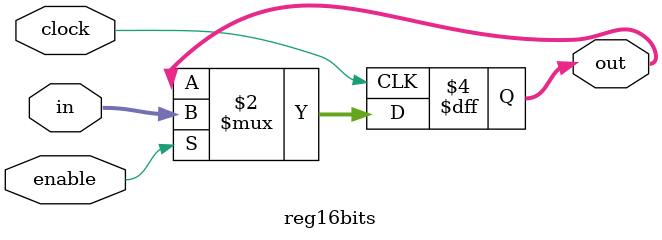
<source format=v>
module reg16bits(in, enable, clock, out);
  input [15:0] in;
  input enable, clock;
  output reg [15:0] out;
  
  always @(posedge clock)
    if (enable)
      out <= in;
      
endmodule

</source>
